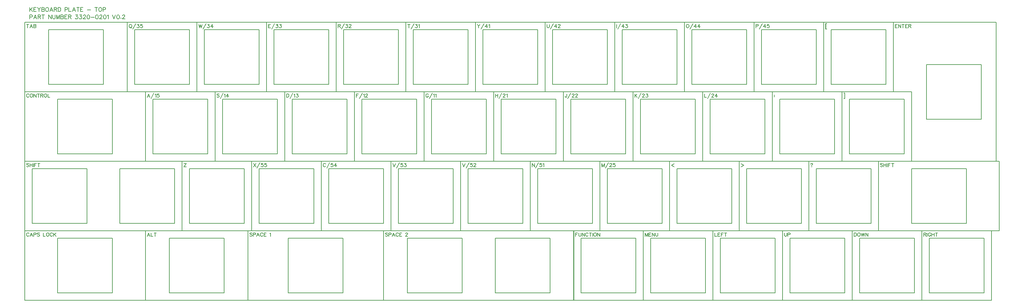
<source format=gto>
G04 Layer: TopSilkscreenLayer*
G04 EasyEDA v6.5.29, 2023-07-18 11:26:45*
G04 4d29bd309a2048ebad46bf779903c475,5a6b42c53f6a479593ecc07194224c93,10*
G04 Gerber Generator version 0.2*
G04 Scale: 100 percent, Rotated: No, Reflected: No *
G04 Dimensions in millimeters *
G04 leading zeros omitted , absolute positions ,4 integer and 5 decimal *
%FSLAX45Y45*%
%MOMM*%

%ADD10C,0.2032*%
%ADD11C,0.1524*%
%ADD12C,0.1270*%

%LPD*%
D10*
X590550Y8076437D02*
G01*
X590550Y7980934D01*
X558800Y8076437D02*
G01*
X622554Y8076437D01*
X688847Y8076437D02*
G01*
X652526Y7980934D01*
X688847Y8076437D02*
G01*
X725170Y7980934D01*
X665987Y8012937D02*
G01*
X711454Y8012937D01*
X755142Y8076437D02*
G01*
X755142Y7980934D01*
X755142Y8076437D02*
G01*
X796036Y8076437D01*
X809752Y8071865D01*
X814323Y8067294D01*
X818895Y8058404D01*
X818895Y8049260D01*
X814323Y8040115D01*
X809752Y8035544D01*
X796036Y8030971D01*
X755142Y8030971D02*
G01*
X796036Y8030971D01*
X809752Y8026400D01*
X814323Y8022081D01*
X818895Y8012937D01*
X818895Y7999221D01*
X814323Y7990078D01*
X809752Y7985505D01*
X796036Y7980934D01*
X755142Y7980934D01*
X626871Y6148831D02*
G01*
X622554Y6157976D01*
X613410Y6166865D01*
X604265Y6171437D01*
X585978Y6171437D01*
X577087Y6166865D01*
X567944Y6157976D01*
X563371Y6148831D01*
X558800Y6135115D01*
X558800Y6112510D01*
X563371Y6098794D01*
X567944Y6089650D01*
X577087Y6080505D01*
X585978Y6075934D01*
X604265Y6075934D01*
X613410Y6080505D01*
X622554Y6089650D01*
X626871Y6098794D01*
X684276Y6171437D02*
G01*
X675131Y6166865D01*
X665987Y6157976D01*
X661415Y6148831D01*
X657097Y6135115D01*
X657097Y6112510D01*
X661415Y6098794D01*
X665987Y6089650D01*
X675131Y6080505D01*
X684276Y6075934D01*
X702310Y6075934D01*
X711454Y6080505D01*
X720597Y6089650D01*
X725170Y6098794D01*
X729742Y6112510D01*
X729742Y6135115D01*
X725170Y6148831D01*
X720597Y6157976D01*
X711454Y6166865D01*
X702310Y6171437D01*
X684276Y6171437D01*
X759713Y6171437D02*
G01*
X759713Y6075934D01*
X759713Y6171437D02*
G01*
X823468Y6075934D01*
X823468Y6171437D02*
G01*
X823468Y6075934D01*
X885189Y6171437D02*
G01*
X885189Y6075934D01*
X853439Y6171437D02*
G01*
X916939Y6171437D01*
X946912Y6171437D02*
G01*
X946912Y6075934D01*
X946912Y6171437D02*
G01*
X987805Y6171437D01*
X1001521Y6166865D01*
X1006094Y6162294D01*
X1010665Y6153404D01*
X1010665Y6144260D01*
X1006094Y6135115D01*
X1001521Y6130544D01*
X987805Y6125971D01*
X946912Y6125971D01*
X978915Y6125971D02*
G01*
X1010665Y6075934D01*
X1067815Y6171437D02*
G01*
X1058926Y6166865D01*
X1049781Y6157976D01*
X1045210Y6148831D01*
X1040637Y6135115D01*
X1040637Y6112510D01*
X1045210Y6098794D01*
X1049781Y6089650D01*
X1058926Y6080505D01*
X1067815Y6075934D01*
X1086104Y6075934D01*
X1095247Y6080505D01*
X1104137Y6089650D01*
X1108710Y6098794D01*
X1113281Y6112510D01*
X1113281Y6135115D01*
X1108710Y6148831D01*
X1104137Y6157976D01*
X1095247Y6166865D01*
X1086104Y6171437D01*
X1067815Y6171437D01*
X1143254Y6171437D02*
G01*
X1143254Y6075934D01*
X1143254Y6075934D02*
G01*
X1197863Y6075934D01*
X622554Y4252976D02*
G01*
X613410Y4261865D01*
X599694Y4266437D01*
X581405Y4266437D01*
X567944Y4261865D01*
X558800Y4252976D01*
X558800Y4243831D01*
X563371Y4234687D01*
X567944Y4230115D01*
X577087Y4225544D01*
X604265Y4216400D01*
X613410Y4212081D01*
X617981Y4207510D01*
X622554Y4198365D01*
X622554Y4184650D01*
X613410Y4175505D01*
X599694Y4170934D01*
X581405Y4170934D01*
X567944Y4175505D01*
X558800Y4184650D01*
X652526Y4266437D02*
G01*
X652526Y4170934D01*
X716026Y4266437D02*
G01*
X716026Y4170934D01*
X652526Y4220971D02*
G01*
X716026Y4220971D01*
X745997Y4266437D02*
G01*
X745997Y4170934D01*
X775970Y4266437D02*
G01*
X775970Y4170934D01*
X775970Y4266437D02*
G01*
X835152Y4266437D01*
X775970Y4220971D02*
G01*
X812545Y4220971D01*
X896873Y4266437D02*
G01*
X896873Y4170934D01*
X865123Y4266437D02*
G01*
X928878Y4266437D01*
X626871Y2338831D02*
G01*
X622554Y2347976D01*
X613410Y2356865D01*
X604265Y2361437D01*
X585978Y2361437D01*
X577087Y2356865D01*
X567944Y2347976D01*
X563371Y2338831D01*
X558800Y2325115D01*
X558800Y2302510D01*
X563371Y2288794D01*
X567944Y2279650D01*
X577087Y2270505D01*
X585978Y2265934D01*
X604265Y2265934D01*
X613410Y2270505D01*
X622554Y2279650D01*
X626871Y2288794D01*
X693420Y2361437D02*
G01*
X657097Y2265934D01*
X693420Y2361437D02*
G01*
X729742Y2265934D01*
X670560Y2297937D02*
G01*
X716026Y2297937D01*
X759713Y2361437D02*
G01*
X759713Y2265934D01*
X759713Y2361437D02*
G01*
X800607Y2361437D01*
X814323Y2356865D01*
X818895Y2352294D01*
X823468Y2343404D01*
X823468Y2329687D01*
X818895Y2320544D01*
X814323Y2315971D01*
X800607Y2311400D01*
X759713Y2311400D01*
X916939Y2347976D02*
G01*
X907795Y2356865D01*
X894334Y2361437D01*
X876045Y2361437D01*
X862329Y2356865D01*
X853439Y2347976D01*
X853439Y2338831D01*
X858012Y2329687D01*
X862329Y2325115D01*
X871473Y2320544D01*
X898905Y2311400D01*
X907795Y2307081D01*
X912368Y2302510D01*
X916939Y2293365D01*
X916939Y2279650D01*
X907795Y2270505D01*
X894334Y2265934D01*
X876045Y2265934D01*
X862329Y2270505D01*
X853439Y2279650D01*
X1017015Y2361437D02*
G01*
X1017015Y2265934D01*
X1017015Y2265934D02*
G01*
X1071626Y2265934D01*
X1128776Y2361437D02*
G01*
X1119631Y2356865D01*
X1110742Y2347976D01*
X1106170Y2338831D01*
X1101597Y2325115D01*
X1101597Y2302510D01*
X1106170Y2288794D01*
X1110742Y2279650D01*
X1119631Y2270505D01*
X1128776Y2265934D01*
X1147063Y2265934D01*
X1155954Y2270505D01*
X1165097Y2279650D01*
X1169670Y2288794D01*
X1174242Y2302510D01*
X1174242Y2325115D01*
X1169670Y2338831D01*
X1165097Y2347976D01*
X1155954Y2356865D01*
X1147063Y2361437D01*
X1128776Y2361437D01*
X1272539Y2338831D02*
G01*
X1267968Y2347976D01*
X1258823Y2356865D01*
X1249679Y2361437D01*
X1231645Y2361437D01*
X1222502Y2356865D01*
X1213357Y2347976D01*
X1208786Y2338831D01*
X1204213Y2325115D01*
X1204213Y2302510D01*
X1208786Y2288794D01*
X1213357Y2279650D01*
X1222502Y2270505D01*
X1231645Y2265934D01*
X1249679Y2265934D01*
X1258823Y2270505D01*
X1267968Y2279650D01*
X1272539Y2288794D01*
X1302512Y2361437D02*
G01*
X1302512Y2265934D01*
X1366012Y2361437D02*
G01*
X1302512Y2297937D01*
X1325118Y2320544D02*
G01*
X1366012Y2265934D01*
X3392677Y8076437D02*
G01*
X3383788Y8071865D01*
X3374643Y8062976D01*
X3370072Y8053831D01*
X3365500Y8040115D01*
X3365500Y8017510D01*
X3370072Y8003794D01*
X3374643Y7994650D01*
X3383788Y7985505D01*
X3392677Y7980934D01*
X3410965Y7980934D01*
X3420109Y7985505D01*
X3429254Y7994650D01*
X3433572Y8003794D01*
X3438143Y8017510D01*
X3438143Y8040115D01*
X3433572Y8053831D01*
X3429254Y8062976D01*
X3420109Y8071865D01*
X3410965Y8076437D01*
X3392677Y8076437D01*
X3406393Y7999221D02*
G01*
X3433572Y7972044D01*
X3550158Y8094726D02*
G01*
X3468115Y7949184D01*
X3589020Y8076437D02*
G01*
X3639058Y8076437D01*
X3611879Y8040115D01*
X3625595Y8040115D01*
X3634486Y8035544D01*
X3639058Y8030971D01*
X3643629Y8017510D01*
X3643629Y8008365D01*
X3639058Y7994650D01*
X3630168Y7985505D01*
X3616452Y7980934D01*
X3602736Y7980934D01*
X3589020Y7985505D01*
X3584702Y7990078D01*
X3580129Y7999221D01*
X3728211Y8076437D02*
G01*
X3682745Y8076437D01*
X3678174Y8035544D01*
X3682745Y8040115D01*
X3696461Y8044687D01*
X3709924Y8044687D01*
X3723640Y8040115D01*
X3732784Y8030971D01*
X3737356Y8017510D01*
X3737356Y8008365D01*
X3732784Y7994650D01*
X3723640Y7985505D01*
X3709924Y7980934D01*
X3696461Y7980934D01*
X3682745Y7985505D01*
X3678174Y7990078D01*
X3673602Y7999221D01*
X5270500Y8076437D02*
G01*
X5293106Y7980934D01*
X5315965Y8076437D02*
G01*
X5293106Y7980934D01*
X5315965Y8076437D02*
G01*
X5338572Y7980934D01*
X5361431Y8076437D02*
G01*
X5338572Y7980934D01*
X5473191Y8094726D02*
G01*
X5391404Y7949184D01*
X5512308Y8076437D02*
G01*
X5562345Y8076437D01*
X5535168Y8040115D01*
X5548629Y8040115D01*
X5557774Y8035544D01*
X5562345Y8030971D01*
X5566918Y8017510D01*
X5566918Y8008365D01*
X5562345Y7994650D01*
X5553202Y7985505D01*
X5539486Y7980934D01*
X5526024Y7980934D01*
X5512308Y7985505D01*
X5507736Y7990078D01*
X5503163Y7999221D01*
X5642356Y8076437D02*
G01*
X5596890Y8012937D01*
X5664961Y8012937D01*
X5642356Y8076437D02*
G01*
X5642356Y7980934D01*
X7175500Y8076437D02*
G01*
X7175500Y7980934D01*
X7175500Y8076437D02*
G01*
X7234681Y8076437D01*
X7175500Y8030971D02*
G01*
X7211822Y8030971D01*
X7175500Y7980934D02*
G01*
X7234681Y7980934D01*
X7346441Y8094726D02*
G01*
X7264654Y7949184D01*
X7385558Y8076437D02*
G01*
X7435595Y8076437D01*
X7408163Y8040115D01*
X7421879Y8040115D01*
X7431024Y8035544D01*
X7435595Y8030971D01*
X7440168Y8017510D01*
X7440168Y8008365D01*
X7435595Y7994650D01*
X7426452Y7985505D01*
X7412736Y7980934D01*
X7399020Y7980934D01*
X7385558Y7985505D01*
X7380986Y7990078D01*
X7376413Y7999221D01*
X7479029Y8076437D02*
G01*
X7529068Y8076437D01*
X7501890Y8040115D01*
X7515606Y8040115D01*
X7524495Y8035544D01*
X7529068Y8030971D01*
X7533640Y8017510D01*
X7533640Y8008365D01*
X7529068Y7994650D01*
X7519924Y7985505D01*
X7506461Y7980934D01*
X7492745Y7980934D01*
X7479029Y7985505D01*
X7474711Y7990078D01*
X7470140Y7999221D01*
X9080500Y8076437D02*
G01*
X9080500Y7980934D01*
X9080500Y8076437D02*
G01*
X9121393Y8076437D01*
X9135109Y8071865D01*
X9139681Y8067294D01*
X9144254Y8058404D01*
X9144254Y8049260D01*
X9139681Y8040115D01*
X9135109Y8035544D01*
X9121393Y8030971D01*
X9080500Y8030971D01*
X9112250Y8030971D02*
G01*
X9144254Y7980934D01*
X9256013Y8094726D02*
G01*
X9174225Y7949184D01*
X9295129Y8076437D02*
G01*
X9345168Y8076437D01*
X9317736Y8040115D01*
X9331452Y8040115D01*
X9340595Y8035544D01*
X9345168Y8030971D01*
X9349486Y8017510D01*
X9349486Y8008365D01*
X9345168Y7994650D01*
X9336024Y7985505D01*
X9322308Y7980934D01*
X9308591Y7980934D01*
X9295129Y7985505D01*
X9290558Y7990078D01*
X9285986Y7999221D01*
X9384029Y8053831D02*
G01*
X9384029Y8058404D01*
X9388602Y8067294D01*
X9393174Y8071865D01*
X9402318Y8076437D01*
X9420606Y8076437D01*
X9429495Y8071865D01*
X9434068Y8067294D01*
X9438640Y8058404D01*
X9438640Y8049260D01*
X9434068Y8040115D01*
X9424924Y8026400D01*
X9379711Y7980934D01*
X9443211Y7980934D01*
X3897122Y6171437D02*
G01*
X3860800Y6075934D01*
X3897122Y6171437D02*
G01*
X3933443Y6075934D01*
X3874515Y6107937D02*
G01*
X3919981Y6107937D01*
X4045458Y6189726D02*
G01*
X3963415Y6044184D01*
X4075429Y6153404D02*
G01*
X4084320Y6157976D01*
X4098036Y6171437D01*
X4098036Y6075934D01*
X4182618Y6171437D02*
G01*
X4137152Y6171437D01*
X4132579Y6130544D01*
X4137152Y6135115D01*
X4150868Y6139687D01*
X4164329Y6139687D01*
X4178045Y6135115D01*
X4187190Y6125971D01*
X4191761Y6112510D01*
X4191761Y6103365D01*
X4187190Y6089650D01*
X4178045Y6080505D01*
X4164329Y6075934D01*
X4150868Y6075934D01*
X4137152Y6080505D01*
X4132579Y6085078D01*
X4128008Y6094221D01*
X5829554Y6157976D02*
G01*
X5820409Y6166865D01*
X5806693Y6171437D01*
X5788406Y6171437D01*
X5774943Y6166865D01*
X5765800Y6157976D01*
X5765800Y6148831D01*
X5770372Y6139687D01*
X5774943Y6135115D01*
X5784088Y6130544D01*
X5811265Y6121400D01*
X5820409Y6117081D01*
X5824981Y6112510D01*
X5829554Y6103365D01*
X5829554Y6089650D01*
X5820409Y6080505D01*
X5806693Y6075934D01*
X5788406Y6075934D01*
X5774943Y6080505D01*
X5765800Y6089650D01*
X5941313Y6189726D02*
G01*
X5859525Y6044184D01*
X5971286Y6153404D02*
G01*
X5980429Y6157976D01*
X5993891Y6171437D01*
X5993891Y6075934D01*
X6069329Y6171437D02*
G01*
X6023863Y6107937D01*
X6092190Y6107937D01*
X6069329Y6171437D02*
G01*
X6069329Y6075934D01*
X7670800Y6171437D02*
G01*
X7670800Y6075934D01*
X7670800Y6171437D02*
G01*
X7702550Y6171437D01*
X7716265Y6166865D01*
X7725409Y6157976D01*
X7729981Y6148831D01*
X7734554Y6135115D01*
X7734554Y6112510D01*
X7729981Y6098794D01*
X7725409Y6089650D01*
X7716265Y6080505D01*
X7702550Y6075934D01*
X7670800Y6075934D01*
X7846313Y6189726D02*
G01*
X7764525Y6044184D01*
X7876286Y6153404D02*
G01*
X7885429Y6157976D01*
X7898891Y6171437D01*
X7898891Y6075934D01*
X7938008Y6171437D02*
G01*
X7988045Y6171437D01*
X7960868Y6135115D01*
X7974329Y6135115D01*
X7983474Y6130544D01*
X7988045Y6125971D01*
X7992618Y6112510D01*
X7992618Y6103365D01*
X7988045Y6089650D01*
X7978902Y6080505D01*
X7965440Y6075934D01*
X7951724Y6075934D01*
X7938008Y6080505D01*
X7933436Y6085078D01*
X7928863Y6094221D01*
X9575800Y6171437D02*
G01*
X9575800Y6075934D01*
X9575800Y6171437D02*
G01*
X9634981Y6171437D01*
X9575800Y6125971D02*
G01*
X9612122Y6125971D01*
X9746741Y6189726D02*
G01*
X9664954Y6044184D01*
X9776713Y6153404D02*
G01*
X9785858Y6157976D01*
X9799320Y6171437D01*
X9799320Y6075934D01*
X9833863Y6148831D02*
G01*
X9833863Y6153404D01*
X9838436Y6162294D01*
X9843008Y6166865D01*
X9852152Y6171437D01*
X9870440Y6171437D01*
X9879329Y6166865D01*
X9883902Y6162294D01*
X9888474Y6153404D01*
X9888474Y6144260D01*
X9883902Y6135115D01*
X9875011Y6121400D01*
X9829545Y6075934D01*
X9893045Y6075934D01*
X4927854Y4266437D02*
G01*
X4864100Y4170934D01*
X4864100Y4266437D02*
G01*
X4927854Y4266437D01*
X4864100Y4170934D02*
G01*
X4927854Y4170934D01*
X6769100Y4266437D02*
G01*
X6832854Y4170934D01*
X6832854Y4266437D02*
G01*
X6769100Y4170934D01*
X6944613Y4284726D02*
G01*
X6862825Y4139184D01*
X7029195Y4266437D02*
G01*
X6983729Y4266437D01*
X6979158Y4225544D01*
X6983729Y4230115D01*
X6997191Y4234687D01*
X7010908Y4234687D01*
X7024624Y4230115D01*
X7033768Y4220971D01*
X7038086Y4207510D01*
X7038086Y4198365D01*
X7033768Y4184650D01*
X7024624Y4175505D01*
X7010908Y4170934D01*
X6997191Y4170934D01*
X6983729Y4175505D01*
X6979158Y4180078D01*
X6974586Y4189221D01*
X7122668Y4266437D02*
G01*
X7077202Y4266437D01*
X7072629Y4225544D01*
X7077202Y4230115D01*
X7090918Y4234687D01*
X7104634Y4234687D01*
X7118095Y4230115D01*
X7127240Y4220971D01*
X7131811Y4207510D01*
X7131811Y4198365D01*
X7127240Y4184650D01*
X7118095Y4175505D01*
X7104634Y4170934D01*
X7090918Y4170934D01*
X7077202Y4175505D01*
X7072629Y4180078D01*
X7068311Y4189221D01*
X10579100Y4266437D02*
G01*
X10615422Y4170934D01*
X10651743Y4266437D02*
G01*
X10615422Y4170934D01*
X10763758Y4284726D02*
G01*
X10681715Y4139184D01*
X10848086Y4266437D02*
G01*
X10802620Y4266437D01*
X10798302Y4225544D01*
X10802620Y4230115D01*
X10816336Y4234687D01*
X10830052Y4234687D01*
X10843768Y4230115D01*
X10852658Y4220971D01*
X10857229Y4207510D01*
X10857229Y4198365D01*
X10852658Y4184650D01*
X10843768Y4175505D01*
X10830052Y4170934D01*
X10816336Y4170934D01*
X10802620Y4175505D01*
X10798302Y4180078D01*
X10793729Y4189221D01*
X10896345Y4266437D02*
G01*
X10946384Y4266437D01*
X10919206Y4230115D01*
X10932668Y4230115D01*
X10941811Y4225544D01*
X10946384Y4220971D01*
X10950956Y4207510D01*
X10950956Y4198365D01*
X10946384Y4184650D01*
X10937240Y4175505D01*
X10923524Y4170934D01*
X10910061Y4170934D01*
X10896345Y4175505D01*
X10891774Y4180078D01*
X10887202Y4189221D01*
X8742172Y4243831D02*
G01*
X8737854Y4252976D01*
X8728709Y4261865D01*
X8719565Y4266437D01*
X8701277Y4266437D01*
X8692388Y4261865D01*
X8683243Y4252976D01*
X8678672Y4243831D01*
X8674100Y4230115D01*
X8674100Y4207510D01*
X8678672Y4193794D01*
X8683243Y4184650D01*
X8692388Y4175505D01*
X8701277Y4170934D01*
X8719565Y4170934D01*
X8728709Y4175505D01*
X8737854Y4184650D01*
X8742172Y4193794D01*
X8854186Y4284726D02*
G01*
X8772397Y4139184D01*
X8938768Y4266437D02*
G01*
X8893302Y4266437D01*
X8888729Y4225544D01*
X8893302Y4230115D01*
X8906763Y4234687D01*
X8920479Y4234687D01*
X8934195Y4230115D01*
X8943086Y4220971D01*
X8947658Y4207510D01*
X8947658Y4198365D01*
X8943086Y4184650D01*
X8934195Y4175505D01*
X8920479Y4170934D01*
X8906763Y4170934D01*
X8893302Y4175505D01*
X8888729Y4180078D01*
X8884158Y4189221D01*
X9023095Y4266437D02*
G01*
X8977629Y4202937D01*
X9045956Y4202937D01*
X9023095Y4266437D02*
G01*
X9023095Y4170934D01*
X3897122Y2361437D02*
G01*
X3860800Y2265934D01*
X3897122Y2361437D02*
G01*
X3933443Y2265934D01*
X3874515Y2297937D02*
G01*
X3919981Y2297937D01*
X3963415Y2361437D02*
G01*
X3963415Y2265934D01*
X3963415Y2265934D02*
G01*
X4018025Y2265934D01*
X4080002Y2361437D02*
G01*
X4080002Y2265934D01*
X4047997Y2361437D02*
G01*
X4111752Y2361437D01*
X6731254Y2347976D02*
G01*
X6722109Y2356865D01*
X6708393Y2361437D01*
X6690106Y2361437D01*
X6676643Y2356865D01*
X6667500Y2347976D01*
X6667500Y2338831D01*
X6672072Y2329687D01*
X6676643Y2325115D01*
X6685788Y2320544D01*
X6712965Y2311400D01*
X6722109Y2307081D01*
X6726681Y2302510D01*
X6731254Y2293365D01*
X6731254Y2279650D01*
X6722109Y2270505D01*
X6708393Y2265934D01*
X6690106Y2265934D01*
X6676643Y2270505D01*
X6667500Y2279650D01*
X6761225Y2361437D02*
G01*
X6761225Y2265934D01*
X6761225Y2361437D02*
G01*
X6802120Y2361437D01*
X6815581Y2356865D01*
X6820154Y2352294D01*
X6824725Y2343404D01*
X6824725Y2329687D01*
X6820154Y2320544D01*
X6815581Y2315971D01*
X6802120Y2311400D01*
X6761225Y2311400D01*
X6891020Y2361437D02*
G01*
X6854697Y2265934D01*
X6891020Y2361437D02*
G01*
X6927595Y2265934D01*
X6868413Y2297937D02*
G01*
X6913879Y2297937D01*
X7025640Y2338831D02*
G01*
X7021068Y2347976D01*
X7011924Y2356865D01*
X7003034Y2361437D01*
X6984745Y2361437D01*
X6975602Y2356865D01*
X6966711Y2347976D01*
X6962140Y2338831D01*
X6957568Y2325115D01*
X6957568Y2302510D01*
X6962140Y2288794D01*
X6966711Y2279650D01*
X6975602Y2270505D01*
X6984745Y2265934D01*
X7003034Y2265934D01*
X7011924Y2270505D01*
X7021068Y2279650D01*
X7025640Y2288794D01*
X7055611Y2361437D02*
G01*
X7055611Y2265934D01*
X7055611Y2361437D02*
G01*
X7114793Y2361437D01*
X7055611Y2315971D02*
G01*
X7091934Y2315971D01*
X7055611Y2265934D02*
G01*
X7114793Y2265934D01*
X7214870Y2343404D02*
G01*
X7223759Y2347976D01*
X7237475Y2361437D01*
X7237475Y2265934D01*
X10439654Y2347976D02*
G01*
X10430509Y2356865D01*
X10416793Y2361437D01*
X10398506Y2361437D01*
X10385043Y2356865D01*
X10375900Y2347976D01*
X10375900Y2338831D01*
X10380472Y2329687D01*
X10385043Y2325115D01*
X10394188Y2320544D01*
X10421365Y2311400D01*
X10430509Y2307081D01*
X10435081Y2302510D01*
X10439654Y2293365D01*
X10439654Y2279650D01*
X10430509Y2270505D01*
X10416793Y2265934D01*
X10398506Y2265934D01*
X10385043Y2270505D01*
X10375900Y2279650D01*
X10469625Y2361437D02*
G01*
X10469625Y2265934D01*
X10469625Y2361437D02*
G01*
X10510520Y2361437D01*
X10523981Y2356865D01*
X10528554Y2352294D01*
X10533125Y2343404D01*
X10533125Y2329687D01*
X10528554Y2320544D01*
X10523981Y2315971D01*
X10510520Y2311400D01*
X10469625Y2311400D01*
X10599420Y2361437D02*
G01*
X10563097Y2265934D01*
X10599420Y2361437D02*
G01*
X10635995Y2265934D01*
X10576813Y2297937D02*
G01*
X10622279Y2297937D01*
X10734040Y2338831D02*
G01*
X10729468Y2347976D01*
X10720324Y2356865D01*
X10711434Y2361437D01*
X10693145Y2361437D01*
X10684002Y2356865D01*
X10675111Y2347976D01*
X10670540Y2338831D01*
X10665968Y2325115D01*
X10665968Y2302510D01*
X10670540Y2288794D01*
X10675111Y2279650D01*
X10684002Y2270505D01*
X10693145Y2265934D01*
X10711434Y2265934D01*
X10720324Y2270505D01*
X10729468Y2279650D01*
X10734040Y2288794D01*
X10764011Y2361437D02*
G01*
X10764011Y2265934D01*
X10764011Y2361437D02*
G01*
X10823193Y2361437D01*
X10764011Y2315971D02*
G01*
X10800334Y2315971D01*
X10764011Y2265934D02*
G01*
X10823193Y2265934D01*
X10927841Y2338831D02*
G01*
X10927841Y2343404D01*
X10932159Y2352294D01*
X10936731Y2356865D01*
X10945875Y2361437D01*
X10964163Y2361437D01*
X10973054Y2356865D01*
X10977625Y2352294D01*
X10982197Y2343404D01*
X10982197Y2334260D01*
X10977625Y2325115D01*
X10968736Y2311400D01*
X10923270Y2265934D01*
X10986770Y2265934D01*
X17481550Y2361437D02*
G01*
X17481550Y2265934D01*
X17481550Y2361437D02*
G01*
X17517872Y2265934D01*
X17554193Y2361437D02*
G01*
X17517872Y2265934D01*
X17554193Y2361437D02*
G01*
X17554193Y2265934D01*
X17584166Y2361437D02*
G01*
X17584166Y2265934D01*
X17584166Y2361437D02*
G01*
X17643348Y2361437D01*
X17584166Y2315971D02*
G01*
X17620741Y2315971D01*
X17584166Y2265934D02*
G01*
X17643348Y2265934D01*
X17673320Y2361437D02*
G01*
X17673320Y2265934D01*
X17673320Y2361437D02*
G01*
X17737074Y2265934D01*
X17737074Y2361437D02*
G01*
X17737074Y2265934D01*
X17767045Y2361437D02*
G01*
X17767045Y2293365D01*
X17771618Y2279650D01*
X17780761Y2270505D01*
X17794224Y2265934D01*
X17803368Y2265934D01*
X17817084Y2270505D01*
X17825974Y2279650D01*
X17830545Y2293365D01*
X17830545Y2361437D01*
X15576550Y2361437D02*
G01*
X15576550Y2265934D01*
X15576550Y2361437D02*
G01*
X15635731Y2361437D01*
X15576550Y2315971D02*
G01*
X15612872Y2315971D01*
X15665704Y2361437D02*
G01*
X15665704Y2293365D01*
X15670275Y2279650D01*
X15679166Y2270505D01*
X15692881Y2265934D01*
X15702025Y2265934D01*
X15715741Y2270505D01*
X15724631Y2279650D01*
X15729204Y2293365D01*
X15729204Y2361437D01*
X15759175Y2361437D02*
G01*
X15759175Y2265934D01*
X15759175Y2361437D02*
G01*
X15822929Y2265934D01*
X15822929Y2361437D02*
G01*
X15822929Y2265934D01*
X15920974Y2338831D02*
G01*
X15916656Y2347976D01*
X15907511Y2356865D01*
X15898368Y2361437D01*
X15880079Y2361437D01*
X15871190Y2356865D01*
X15862045Y2347976D01*
X15857474Y2338831D01*
X15852902Y2325115D01*
X15852902Y2302510D01*
X15857474Y2288794D01*
X15862045Y2279650D01*
X15871190Y2270505D01*
X15880079Y2265934D01*
X15898368Y2265934D01*
X15907511Y2270505D01*
X15916656Y2279650D01*
X15920974Y2288794D01*
X15982950Y2361437D02*
G01*
X15982950Y2265934D01*
X15951200Y2361437D02*
G01*
X16014700Y2361437D01*
X16044672Y2361437D02*
G01*
X16044672Y2265934D01*
X16102075Y2361437D02*
G01*
X16092931Y2356865D01*
X16083788Y2347976D01*
X16079216Y2338831D01*
X16074643Y2325115D01*
X16074643Y2302510D01*
X16079216Y2288794D01*
X16083788Y2279650D01*
X16092931Y2270505D01*
X16102075Y2265934D01*
X16120109Y2265934D01*
X16129254Y2270505D01*
X16138397Y2279650D01*
X16142970Y2288794D01*
X16147541Y2302510D01*
X16147541Y2325115D01*
X16142970Y2338831D01*
X16138397Y2347976D01*
X16129254Y2356865D01*
X16120109Y2361437D01*
X16102075Y2361437D01*
X16177513Y2361437D02*
G01*
X16177513Y2265934D01*
X16177513Y2361437D02*
G01*
X16241013Y2265934D01*
X16241013Y2361437D02*
G01*
X16241013Y2265934D01*
X21291550Y2361437D02*
G01*
X21291550Y2293365D01*
X21296122Y2279650D01*
X21305266Y2270505D01*
X21318727Y2265934D01*
X21327872Y2265934D01*
X21341588Y2270505D01*
X21350731Y2279650D01*
X21355304Y2293365D01*
X21355304Y2361437D01*
X21385275Y2361437D02*
G01*
X21385275Y2265934D01*
X21385275Y2361437D02*
G01*
X21426170Y2361437D01*
X21439631Y2356865D01*
X21444204Y2352294D01*
X21448775Y2343404D01*
X21448775Y2329687D01*
X21444204Y2320544D01*
X21439631Y2315971D01*
X21426170Y2311400D01*
X21385275Y2311400D01*
X19386550Y2361437D02*
G01*
X19386550Y2265934D01*
X19386550Y2265934D02*
G01*
X19441159Y2265934D01*
X19471131Y2361437D02*
G01*
X19471131Y2265934D01*
X19471131Y2361437D02*
G01*
X19530059Y2361437D01*
X19471131Y2315971D02*
G01*
X19507454Y2315971D01*
X19471131Y2265934D02*
G01*
X19530059Y2265934D01*
X19560286Y2361437D02*
G01*
X19560286Y2265934D01*
X19560286Y2361437D02*
G01*
X19619213Y2361437D01*
X19560286Y2315971D02*
G01*
X19596608Y2315971D01*
X19681190Y2361437D02*
G01*
X19681190Y2265934D01*
X19649186Y2361437D02*
G01*
X19712940Y2361437D01*
X25101550Y2361437D02*
G01*
X25101550Y2265934D01*
X25101550Y2361437D02*
G01*
X25142443Y2361437D01*
X25156159Y2356865D01*
X25160731Y2352294D01*
X25165304Y2343404D01*
X25165304Y2334260D01*
X25160731Y2325115D01*
X25156159Y2320544D01*
X25142443Y2315971D01*
X25101550Y2315971D01*
X25133300Y2315971D02*
G01*
X25165304Y2265934D01*
X25195275Y2361437D02*
G01*
X25195275Y2265934D01*
X25293320Y2338831D02*
G01*
X25288748Y2347976D01*
X25279858Y2356865D01*
X25270713Y2361437D01*
X25252425Y2361437D01*
X25243281Y2356865D01*
X25234391Y2347976D01*
X25229820Y2338831D01*
X25225248Y2325115D01*
X25225248Y2302510D01*
X25229820Y2288794D01*
X25234391Y2279650D01*
X25243281Y2270505D01*
X25252425Y2265934D01*
X25270713Y2265934D01*
X25279858Y2270505D01*
X25288748Y2279650D01*
X25293320Y2288794D01*
X25293320Y2302510D01*
X25270713Y2302510D02*
G01*
X25293320Y2302510D01*
X25323291Y2361437D02*
G01*
X25323291Y2265934D01*
X25387045Y2361437D02*
G01*
X25387045Y2265934D01*
X25323291Y2315971D02*
G01*
X25387045Y2315971D01*
X25448768Y2361437D02*
G01*
X25448768Y2265934D01*
X25417018Y2361437D02*
G01*
X25480518Y2361437D01*
X23196550Y2361437D02*
G01*
X23196550Y2265934D01*
X23196550Y2361437D02*
G01*
X23228300Y2361437D01*
X23242016Y2356865D01*
X23251159Y2347976D01*
X23255731Y2338831D01*
X23260304Y2325115D01*
X23260304Y2302510D01*
X23255731Y2288794D01*
X23251159Y2279650D01*
X23242016Y2270505D01*
X23228300Y2265934D01*
X23196550Y2265934D01*
X23317454Y2361437D02*
G01*
X23308309Y2356865D01*
X23299166Y2347976D01*
X23294848Y2338831D01*
X23290275Y2325115D01*
X23290275Y2302510D01*
X23294848Y2288794D01*
X23299166Y2279650D01*
X23308309Y2270505D01*
X23317454Y2265934D01*
X23335741Y2265934D01*
X23344631Y2270505D01*
X23353775Y2279650D01*
X23358348Y2288794D01*
X23362920Y2302510D01*
X23362920Y2325115D01*
X23358348Y2338831D01*
X23353775Y2347976D01*
X23344631Y2356865D01*
X23335741Y2361437D01*
X23317454Y2361437D01*
X23392891Y2361437D02*
G01*
X23415752Y2265934D01*
X23438358Y2361437D02*
G01*
X23415752Y2265934D01*
X23438358Y2361437D02*
G01*
X23461218Y2265934D01*
X23483824Y2361437D02*
G01*
X23461218Y2265934D01*
X23513795Y2361437D02*
G01*
X23513795Y2265934D01*
X23513795Y2361437D02*
G01*
X23577550Y2265934D01*
X23577550Y2361437D02*
G01*
X23577550Y2265934D01*
X14389100Y4266437D02*
G01*
X14389100Y4170934D01*
X14389100Y4266437D02*
G01*
X14452854Y4170934D01*
X14452854Y4266437D02*
G01*
X14452854Y4170934D01*
X14564613Y4284726D02*
G01*
X14482825Y4139184D01*
X14649195Y4266437D02*
G01*
X14603729Y4266437D01*
X14599158Y4225544D01*
X14603729Y4230115D01*
X14617191Y4234687D01*
X14630908Y4234687D01*
X14644624Y4230115D01*
X14653768Y4220971D01*
X14658086Y4207510D01*
X14658086Y4198365D01*
X14653768Y4184650D01*
X14644624Y4175505D01*
X14630908Y4170934D01*
X14617191Y4170934D01*
X14603729Y4175505D01*
X14599158Y4180078D01*
X14594586Y4189221D01*
X14688311Y4248404D02*
G01*
X14697202Y4252976D01*
X14710918Y4266437D01*
X14710918Y4170934D01*
X12484100Y4266437D02*
G01*
X12520422Y4170934D01*
X12556743Y4266437D02*
G01*
X12520422Y4170934D01*
X12668758Y4284726D02*
G01*
X12586715Y4139184D01*
X12753086Y4266437D02*
G01*
X12707620Y4266437D01*
X12703302Y4225544D01*
X12707620Y4230115D01*
X12721336Y4234687D01*
X12735052Y4234687D01*
X12748768Y4230115D01*
X12757658Y4220971D01*
X12762229Y4207510D01*
X12762229Y4198365D01*
X12757658Y4184650D01*
X12748768Y4175505D01*
X12735052Y4170934D01*
X12721336Y4170934D01*
X12707620Y4175505D01*
X12703302Y4180078D01*
X12698729Y4189221D01*
X12796774Y4243831D02*
G01*
X12796774Y4248404D01*
X12801345Y4257294D01*
X12805918Y4261865D01*
X12815061Y4266437D01*
X12833095Y4266437D01*
X12842240Y4261865D01*
X12846811Y4257294D01*
X12851384Y4248404D01*
X12851384Y4239260D01*
X12846811Y4230115D01*
X12837668Y4216400D01*
X12792202Y4170934D01*
X12855956Y4170934D01*
X18271743Y4252976D02*
G01*
X18199100Y4212081D01*
X18271743Y4170934D01*
X16294100Y4266437D02*
G01*
X16294100Y4170934D01*
X16294100Y4266437D02*
G01*
X16330422Y4170934D01*
X16366743Y4266437D02*
G01*
X16330422Y4170934D01*
X16366743Y4266437D02*
G01*
X16366743Y4170934D01*
X16478758Y4284726D02*
G01*
X16396716Y4139184D01*
X16513302Y4243831D02*
G01*
X16513302Y4248404D01*
X16517620Y4257294D01*
X16522191Y4261865D01*
X16531336Y4266437D01*
X16549624Y4266437D01*
X16558768Y4261865D01*
X16563086Y4257294D01*
X16567658Y4248404D01*
X16567658Y4239260D01*
X16563086Y4230115D01*
X16554195Y4216400D01*
X16508729Y4170934D01*
X16572229Y4170934D01*
X16656811Y4266437D02*
G01*
X16611345Y4266437D01*
X16606774Y4225544D01*
X16611345Y4230115D01*
X16625061Y4234687D01*
X16638524Y4234687D01*
X16652240Y4230115D01*
X16661384Y4220971D01*
X16665956Y4207510D01*
X16665956Y4198365D01*
X16661384Y4184650D01*
X16652240Y4175505D01*
X16638524Y4170934D01*
X16625061Y4170934D01*
X16611345Y4175505D01*
X16606774Y4180078D01*
X16602202Y4189221D01*
X22009097Y4243831D02*
G01*
X22009097Y4248404D01*
X22013669Y4257294D01*
X22018241Y4261865D01*
X22027385Y4266437D01*
X22045419Y4266437D01*
X22054563Y4261865D01*
X22059135Y4257294D01*
X22063707Y4248404D01*
X22063707Y4239260D01*
X22059135Y4230115D01*
X22054563Y4225544D01*
X22036275Y4216400D01*
X22036275Y4202937D01*
X22036275Y4180078D02*
G01*
X22031703Y4175505D01*
X22036275Y4170934D01*
X22040847Y4175505D01*
X22036275Y4180078D01*
X20104097Y4252976D02*
G01*
X20176741Y4212081D01*
X20104097Y4170934D01*
X23976327Y4252976D02*
G01*
X23967183Y4261865D01*
X23953467Y4266437D01*
X23935433Y4266437D01*
X23921717Y4261865D01*
X23912573Y4252976D01*
X23912573Y4243831D01*
X23917145Y4234687D01*
X23921717Y4230115D01*
X23930861Y4225544D01*
X23958039Y4216400D01*
X23967183Y4212081D01*
X23971755Y4207510D01*
X23976327Y4198365D01*
X23976327Y4184650D01*
X23967183Y4175505D01*
X23953467Y4170934D01*
X23935433Y4170934D01*
X23921717Y4175505D01*
X23912573Y4184650D01*
X24006299Y4266437D02*
G01*
X24006299Y4170934D01*
X24069799Y4266437D02*
G01*
X24069799Y4170934D01*
X24006299Y4220971D02*
G01*
X24069799Y4220971D01*
X24099771Y4266437D02*
G01*
X24099771Y4170934D01*
X24129997Y4266437D02*
G01*
X24129997Y4170934D01*
X24129997Y4266437D02*
G01*
X24188925Y4266437D01*
X24129997Y4220971D02*
G01*
X24166319Y4220971D01*
X24250901Y4266437D02*
G01*
X24250901Y4170934D01*
X24218897Y4266437D02*
G01*
X24282651Y4266437D01*
X13385800Y6171437D02*
G01*
X13385800Y6075934D01*
X13449554Y6171437D02*
G01*
X13449554Y6075934D01*
X13385800Y6125971D02*
G01*
X13449554Y6125971D01*
X13561313Y6189726D02*
G01*
X13479525Y6044184D01*
X13595858Y6148831D02*
G01*
X13595858Y6153404D01*
X13600429Y6162294D01*
X13605002Y6166865D01*
X13613891Y6171437D01*
X13632179Y6171437D01*
X13641324Y6166865D01*
X13645895Y6162294D01*
X13650468Y6153404D01*
X13650468Y6144260D01*
X13645895Y6135115D01*
X13636752Y6121400D01*
X13591286Y6075934D01*
X13654786Y6075934D01*
X13685011Y6153404D02*
G01*
X13693902Y6157976D01*
X13707618Y6171437D01*
X13707618Y6075934D01*
X11548872Y6148831D02*
G01*
X11544554Y6157976D01*
X11535409Y6166865D01*
X11526265Y6171437D01*
X11507977Y6171437D01*
X11499088Y6166865D01*
X11489943Y6157976D01*
X11485372Y6148831D01*
X11480800Y6135115D01*
X11480800Y6112510D01*
X11485372Y6098794D01*
X11489943Y6089650D01*
X11499088Y6080505D01*
X11507977Y6075934D01*
X11526265Y6075934D01*
X11535409Y6080505D01*
X11544554Y6089650D01*
X11548872Y6098794D01*
X11548872Y6112510D01*
X11526265Y6112510D02*
G01*
X11548872Y6112510D01*
X11660886Y6189726D02*
G01*
X11579097Y6044184D01*
X11690858Y6153404D02*
G01*
X11700002Y6157976D01*
X11713463Y6171437D01*
X11713463Y6075934D01*
X11743436Y6153404D02*
G01*
X11752579Y6157976D01*
X11766295Y6171437D01*
X11766295Y6075934D01*
X17195800Y6171437D02*
G01*
X17195800Y6075934D01*
X17259554Y6171437D02*
G01*
X17195800Y6107937D01*
X17218406Y6130544D02*
G01*
X17259554Y6075934D01*
X17371313Y6189726D02*
G01*
X17289525Y6044184D01*
X17405858Y6148831D02*
G01*
X17405858Y6153404D01*
X17410429Y6162294D01*
X17415002Y6166865D01*
X17423891Y6171437D01*
X17442179Y6171437D01*
X17451324Y6166865D01*
X17455895Y6162294D01*
X17460468Y6153404D01*
X17460468Y6144260D01*
X17455895Y6135115D01*
X17446752Y6121400D01*
X17401286Y6075934D01*
X17464786Y6075934D01*
X17503902Y6171437D02*
G01*
X17553940Y6171437D01*
X17526761Y6135115D01*
X17540224Y6135115D01*
X17549368Y6130544D01*
X17553940Y6125971D01*
X17558511Y6112510D01*
X17558511Y6103365D01*
X17553940Y6089650D01*
X17544795Y6080505D01*
X17531334Y6075934D01*
X17517618Y6075934D01*
X17503902Y6080505D01*
X17499329Y6085078D01*
X17495011Y6094221D01*
X15336266Y6171437D02*
G01*
X15336266Y6098794D01*
X15331693Y6085078D01*
X15327122Y6080505D01*
X15317977Y6075934D01*
X15309088Y6075934D01*
X15299943Y6080505D01*
X15295372Y6085078D01*
X15290800Y6098794D01*
X15290800Y6107937D01*
X15448025Y6189726D02*
G01*
X15366238Y6044184D01*
X15482570Y6148831D02*
G01*
X15482570Y6153404D01*
X15487141Y6162294D01*
X15491713Y6166865D01*
X15500858Y6171437D01*
X15518891Y6171437D01*
X15528036Y6166865D01*
X15532608Y6162294D01*
X15537179Y6153404D01*
X15537179Y6144260D01*
X15532608Y6135115D01*
X15523463Y6121400D01*
X15477997Y6075934D01*
X15541752Y6075934D01*
X15576295Y6148831D02*
G01*
X15576295Y6153404D01*
X15580868Y6162294D01*
X15585440Y6166865D01*
X15594329Y6171437D01*
X15612618Y6171437D01*
X15621761Y6166865D01*
X15626334Y6162294D01*
X15630906Y6153404D01*
X15630906Y6144260D01*
X15626334Y6135115D01*
X15617190Y6121400D01*
X15571724Y6075934D01*
X15635224Y6075934D01*
X21010372Y6130544D02*
G01*
X21005800Y6125971D01*
X21010372Y6121400D01*
X21014943Y6125971D01*
X21010372Y6130544D01*
X21010372Y6098794D02*
G01*
X21005800Y6094221D01*
X21010372Y6089650D01*
X21014943Y6094221D01*
X21010372Y6098794D01*
X19100800Y6171437D02*
G01*
X19100800Y6075934D01*
X19100800Y6075934D02*
G01*
X19155409Y6075934D01*
X19267170Y6189726D02*
G01*
X19185381Y6044184D01*
X19301713Y6148831D02*
G01*
X19301713Y6153404D01*
X19306286Y6162294D01*
X19310858Y6166865D01*
X19320002Y6171437D01*
X19338036Y6171437D01*
X19347179Y6166865D01*
X19351752Y6162294D01*
X19356324Y6153404D01*
X19356324Y6144260D01*
X19351752Y6135115D01*
X19342608Y6121400D01*
X19297141Y6075934D01*
X19360895Y6075934D01*
X19436334Y6171437D02*
G01*
X19390868Y6107937D01*
X19458940Y6107937D01*
X19436334Y6171437D02*
G01*
X19436334Y6075934D01*
X22937977Y6189726D02*
G01*
X22937977Y6044184D01*
X22942550Y6189726D02*
G01*
X22942550Y6044184D01*
X22910800Y6189726D02*
G01*
X22942550Y6189726D01*
X22910800Y6044184D02*
G01*
X22942550Y6044184D01*
X12890500Y8076437D02*
G01*
X12926822Y8030971D01*
X12926822Y7980934D01*
X12963143Y8076437D02*
G01*
X12926822Y8030971D01*
X13075158Y8094726D02*
G01*
X12993115Y7949184D01*
X13150595Y8076437D02*
G01*
X13105129Y8012937D01*
X13173202Y8012937D01*
X13150595Y8076437D02*
G01*
X13150595Y7980934D01*
X13203174Y8058404D02*
G01*
X13212318Y8062976D01*
X13226034Y8076437D01*
X13226034Y7980934D01*
X11017250Y8076437D02*
G01*
X11017250Y7980934D01*
X10985500Y8076437D02*
G01*
X11049254Y8076437D01*
X11161013Y8094726D02*
G01*
X11079225Y7949184D01*
X11200129Y8076437D02*
G01*
X11250168Y8076437D01*
X11222736Y8040115D01*
X11236452Y8040115D01*
X11245595Y8035544D01*
X11250168Y8030971D01*
X11254486Y8017510D01*
X11254486Y8008365D01*
X11250168Y7994650D01*
X11241024Y7985505D01*
X11227308Y7980934D01*
X11213591Y7980934D01*
X11200129Y7985505D01*
X11195558Y7990078D01*
X11190986Y7999221D01*
X11284711Y8058404D02*
G01*
X11293602Y8062976D01*
X11307318Y8076437D01*
X11307318Y7980934D01*
X16700500Y8076437D02*
G01*
X16700500Y7980934D01*
X16812259Y8094726D02*
G01*
X16730472Y7949184D01*
X16887698Y8076437D02*
G01*
X16842231Y8012937D01*
X16910558Y8012937D01*
X16887698Y8076437D02*
G01*
X16887698Y7980934D01*
X16949674Y8076437D02*
G01*
X16999711Y8076437D01*
X16972279Y8040115D01*
X16985995Y8040115D01*
X16995140Y8035544D01*
X16999711Y8030971D01*
X17004029Y8017510D01*
X17004029Y8008365D01*
X16999711Y7994650D01*
X16990568Y7985505D01*
X16976852Y7980934D01*
X16963136Y7980934D01*
X16949674Y7985505D01*
X16945102Y7990078D01*
X16940529Y7999221D01*
X14795500Y8076437D02*
G01*
X14795500Y8008365D01*
X14800072Y7994650D01*
X14809216Y7985505D01*
X14822677Y7980934D01*
X14831822Y7980934D01*
X14845538Y7985505D01*
X14854681Y7994650D01*
X14859254Y8008365D01*
X14859254Y8076437D01*
X14971013Y8094726D02*
G01*
X14889225Y7949184D01*
X15046452Y8076437D02*
G01*
X15000986Y8012937D01*
X15069058Y8012937D01*
X15046452Y8076437D02*
G01*
X15046452Y7980934D01*
X15103602Y8053831D02*
G01*
X15103602Y8058404D01*
X15108174Y8067294D01*
X15112745Y8071865D01*
X15121890Y8076437D01*
X15139924Y8076437D01*
X15149068Y8071865D01*
X15153640Y8067294D01*
X15158211Y8058404D01*
X15158211Y8049260D01*
X15153640Y8040115D01*
X15144495Y8026400D01*
X15099029Y7980934D01*
X15162784Y7980934D01*
X20510500Y8076437D02*
G01*
X20510500Y7980934D01*
X20510500Y8076437D02*
G01*
X20551393Y8076437D01*
X20565109Y8071865D01*
X20569681Y8067294D01*
X20574254Y8058404D01*
X20574254Y8044687D01*
X20569681Y8035544D01*
X20565109Y8030971D01*
X20551393Y8026400D01*
X20510500Y8026400D01*
X20686013Y8094726D02*
G01*
X20604225Y7949184D01*
X20761452Y8076437D02*
G01*
X20715986Y8012937D01*
X20784058Y8012937D01*
X20761452Y8076437D02*
G01*
X20761452Y7980934D01*
X20868640Y8076437D02*
G01*
X20823174Y8076437D01*
X20818602Y8035544D01*
X20823174Y8040115D01*
X20836890Y8044687D01*
X20850606Y8044687D01*
X20864068Y8040115D01*
X20873211Y8030971D01*
X20877784Y8017510D01*
X20877784Y8008365D01*
X20873211Y7994650D01*
X20864068Y7985505D01*
X20850606Y7980934D01*
X20836890Y7980934D01*
X20823174Y7985505D01*
X20818602Y7990078D01*
X20814029Y7999221D01*
X18632677Y8076437D02*
G01*
X18623788Y8071865D01*
X18614643Y8062976D01*
X18610072Y8053831D01*
X18605500Y8040115D01*
X18605500Y8017510D01*
X18610072Y8003794D01*
X18614643Y7994650D01*
X18623788Y7985505D01*
X18632677Y7980934D01*
X18650966Y7980934D01*
X18660109Y7985505D01*
X18669254Y7994650D01*
X18673572Y8003794D01*
X18678143Y8017510D01*
X18678143Y8040115D01*
X18673572Y8053831D01*
X18669254Y8062976D01*
X18660109Y8071865D01*
X18650966Y8076437D01*
X18632677Y8076437D01*
X18790158Y8094726D02*
G01*
X18708116Y7949184D01*
X18865595Y8076437D02*
G01*
X18820129Y8012937D01*
X18888202Y8012937D01*
X18865595Y8076437D02*
G01*
X18865595Y7980934D01*
X18963640Y8076437D02*
G01*
X18918174Y8012937D01*
X18986500Y8012937D01*
X18963640Y8076437D02*
G01*
X18963640Y7980934D01*
X24320500Y8076437D02*
G01*
X24320500Y7980934D01*
X24320500Y8076437D02*
G01*
X24379681Y8076437D01*
X24320500Y8030971D02*
G01*
X24356822Y8030971D01*
X24320500Y7980934D02*
G01*
X24379681Y7980934D01*
X24409654Y8076437D02*
G01*
X24409654Y7980934D01*
X24409654Y8076437D02*
G01*
X24473154Y7980934D01*
X24473154Y8076437D02*
G01*
X24473154Y7980934D01*
X24535129Y8076437D02*
G01*
X24535129Y7980934D01*
X24503125Y8076437D02*
G01*
X24566879Y8076437D01*
X24596852Y8076437D02*
G01*
X24596852Y7980934D01*
X24596852Y8076437D02*
G01*
X24656034Y8076437D01*
X24596852Y8030971D02*
G01*
X24633174Y8030971D01*
X24596852Y7980934D02*
G01*
X24656034Y7980934D01*
X24686006Y8076437D02*
G01*
X24686006Y7980934D01*
X24686006Y8076437D02*
G01*
X24726900Y8076437D01*
X24740616Y8071865D01*
X24744934Y8067294D01*
X24749506Y8058404D01*
X24749506Y8049260D01*
X24744934Y8040115D01*
X24740616Y8035544D01*
X24726900Y8030971D01*
X24686006Y8030971D01*
X24717756Y8030971D02*
G01*
X24749506Y7980934D01*
X22415500Y8094726D02*
G01*
X22415500Y7949184D01*
X22420072Y8094726D02*
G01*
X22420072Y7949184D01*
X22415500Y8094726D02*
G01*
X22447250Y8094726D01*
X22415500Y7949184D02*
G01*
X22447250Y7949184D01*
D11*
X647700Y8535415D02*
G01*
X647700Y8426450D01*
X720344Y8535415D02*
G01*
X647700Y8462771D01*
X673607Y8488679D02*
G01*
X720344Y8426450D01*
X754634Y8535415D02*
G01*
X754634Y8426450D01*
X754634Y8535415D02*
G01*
X822197Y8535415D01*
X754634Y8483600D02*
G01*
X796289Y8483600D01*
X754634Y8426450D02*
G01*
X822197Y8426450D01*
X856487Y8535415D02*
G01*
X898144Y8483600D01*
X898144Y8426450D01*
X939800Y8535415D02*
G01*
X898144Y8483600D01*
X974089Y8535415D02*
G01*
X974089Y8426450D01*
X974089Y8535415D02*
G01*
X1020826Y8535415D01*
X1036320Y8530336D01*
X1041400Y8525002D01*
X1046734Y8514587D01*
X1046734Y8504174D01*
X1041400Y8493760D01*
X1036320Y8488679D01*
X1020826Y8483600D01*
X974089Y8483600D02*
G01*
X1020826Y8483600D01*
X1036320Y8478265D01*
X1041400Y8473186D01*
X1046734Y8462771D01*
X1046734Y8447024D01*
X1041400Y8436610D01*
X1036320Y8431529D01*
X1020826Y8426450D01*
X974089Y8426450D01*
X1112265Y8535415D02*
G01*
X1101852Y8530336D01*
X1091437Y8519921D01*
X1086104Y8509508D01*
X1081023Y8493760D01*
X1081023Y8467852D01*
X1086104Y8452358D01*
X1091437Y8441944D01*
X1101852Y8431529D01*
X1112265Y8426450D01*
X1132839Y8426450D01*
X1143254Y8431529D01*
X1153668Y8441944D01*
X1159002Y8452358D01*
X1164081Y8467852D01*
X1164081Y8493760D01*
X1159002Y8509508D01*
X1153668Y8519921D01*
X1143254Y8530336D01*
X1132839Y8535415D01*
X1112265Y8535415D01*
X1240028Y8535415D02*
G01*
X1198371Y8426450D01*
X1240028Y8535415D02*
G01*
X1281429Y8426450D01*
X1214120Y8462771D02*
G01*
X1265936Y8462771D01*
X1315720Y8535415D02*
G01*
X1315720Y8426450D01*
X1315720Y8535415D02*
G01*
X1362710Y8535415D01*
X1378204Y8530336D01*
X1383284Y8525002D01*
X1388618Y8514587D01*
X1388618Y8504174D01*
X1383284Y8493760D01*
X1378204Y8488679D01*
X1362710Y8483600D01*
X1315720Y8483600D01*
X1352295Y8483600D02*
G01*
X1388618Y8426450D01*
X1422907Y8535415D02*
G01*
X1422907Y8426450D01*
X1422907Y8535415D02*
G01*
X1459229Y8535415D01*
X1474723Y8530336D01*
X1485137Y8519921D01*
X1490471Y8509508D01*
X1495552Y8493760D01*
X1495552Y8467852D01*
X1490471Y8452358D01*
X1485137Y8441944D01*
X1474723Y8431529D01*
X1459229Y8426450D01*
X1422907Y8426450D01*
X1609852Y8535415D02*
G01*
X1609852Y8426450D01*
X1609852Y8535415D02*
G01*
X1656587Y8535415D01*
X1672336Y8530336D01*
X1677415Y8525002D01*
X1682750Y8514587D01*
X1682750Y8499094D01*
X1677415Y8488679D01*
X1672336Y8483600D01*
X1656587Y8478265D01*
X1609852Y8478265D01*
X1717039Y8535415D02*
G01*
X1717039Y8426450D01*
X1717039Y8426450D02*
G01*
X1779270Y8426450D01*
X1855215Y8535415D02*
G01*
X1813560Y8426450D01*
X1855215Y8535415D02*
G01*
X1896618Y8426450D01*
X1829054Y8462771D02*
G01*
X1881123Y8462771D01*
X1967229Y8535415D02*
G01*
X1967229Y8426450D01*
X1930908Y8535415D02*
G01*
X2003806Y8535415D01*
X2038095Y8535415D02*
G01*
X2038095Y8426450D01*
X2038095Y8535415D02*
G01*
X2105659Y8535415D01*
X2038095Y8483600D02*
G01*
X2079497Y8483600D01*
X2038095Y8426450D02*
G01*
X2105659Y8426450D01*
X2219959Y8473186D02*
G01*
X2313431Y8473186D01*
X2464054Y8535415D02*
G01*
X2464054Y8426450D01*
X2427731Y8535415D02*
G01*
X2500375Y8535415D01*
X2565908Y8535415D02*
G01*
X2555493Y8530336D01*
X2545079Y8519921D01*
X2540000Y8509508D01*
X2534665Y8493760D01*
X2534665Y8467852D01*
X2540000Y8452358D01*
X2545079Y8441944D01*
X2555493Y8431529D01*
X2565908Y8426450D01*
X2586736Y8426450D01*
X2597150Y8431529D01*
X2607309Y8441944D01*
X2612643Y8452358D01*
X2617724Y8467852D01*
X2617724Y8493760D01*
X2612643Y8509508D01*
X2607309Y8519921D01*
X2597150Y8530336D01*
X2586736Y8535415D01*
X2565908Y8535415D01*
X2652013Y8535415D02*
G01*
X2652013Y8426450D01*
X2652013Y8535415D02*
G01*
X2698750Y8535415D01*
X2714497Y8530336D01*
X2719577Y8525002D01*
X2724911Y8514587D01*
X2724911Y8499094D01*
X2719577Y8488679D01*
X2714497Y8483600D01*
X2698750Y8478265D01*
X2652013Y8478265D01*
X647700Y8332215D02*
G01*
X647700Y8223250D01*
X647700Y8332215D02*
G01*
X694436Y8332215D01*
X709929Y8327136D01*
X715263Y8321802D01*
X720344Y8311387D01*
X720344Y8295894D01*
X715263Y8285479D01*
X709929Y8280400D01*
X694436Y8275065D01*
X647700Y8275065D01*
X796289Y8332215D02*
G01*
X754634Y8223250D01*
X796289Y8332215D02*
G01*
X837945Y8223250D01*
X770381Y8259571D02*
G01*
X822197Y8259571D01*
X872236Y8332215D02*
G01*
X872236Y8223250D01*
X872236Y8332215D02*
G01*
X918971Y8332215D01*
X934465Y8327136D01*
X939800Y8321802D01*
X944879Y8311387D01*
X944879Y8300973D01*
X939800Y8290560D01*
X934465Y8285479D01*
X918971Y8280400D01*
X872236Y8280400D01*
X908557Y8280400D02*
G01*
X944879Y8223250D01*
X1015492Y8332215D02*
G01*
X1015492Y8223250D01*
X979170Y8332215D02*
G01*
X1051813Y8332215D01*
X1166113Y8332215D02*
G01*
X1166113Y8223250D01*
X1166113Y8332215D02*
G01*
X1239012Y8223250D01*
X1239012Y8332215D02*
G01*
X1239012Y8223250D01*
X1273302Y8332215D02*
G01*
X1273302Y8254237D01*
X1278381Y8238744D01*
X1288795Y8228329D01*
X1304289Y8223250D01*
X1314704Y8223250D01*
X1330452Y8228329D01*
X1340865Y8238744D01*
X1345945Y8254237D01*
X1345945Y8332215D01*
X1380236Y8332215D02*
G01*
X1380236Y8223250D01*
X1380236Y8332215D02*
G01*
X1421892Y8223250D01*
X1463294Y8332215D02*
G01*
X1421892Y8223250D01*
X1463294Y8332215D02*
G01*
X1463294Y8223250D01*
X1497584Y8332215D02*
G01*
X1497584Y8223250D01*
X1497584Y8332215D02*
G01*
X1544320Y8332215D01*
X1560068Y8327136D01*
X1565147Y8321802D01*
X1570481Y8311387D01*
X1570481Y8300973D01*
X1565147Y8290560D01*
X1560068Y8285479D01*
X1544320Y8280400D01*
X1497584Y8280400D02*
G01*
X1544320Y8280400D01*
X1560068Y8275065D01*
X1565147Y8269986D01*
X1570481Y8259571D01*
X1570481Y8243823D01*
X1565147Y8233410D01*
X1560068Y8228329D01*
X1544320Y8223250D01*
X1497584Y8223250D01*
X1604771Y8332215D02*
G01*
X1604771Y8223250D01*
X1604771Y8332215D02*
G01*
X1672336Y8332215D01*
X1604771Y8280400D02*
G01*
X1646173Y8280400D01*
X1604771Y8223250D02*
G01*
X1672336Y8223250D01*
X1706626Y8332215D02*
G01*
X1706626Y8223250D01*
X1706626Y8332215D02*
G01*
X1753362Y8332215D01*
X1768855Y8327136D01*
X1774189Y8321802D01*
X1779270Y8311387D01*
X1779270Y8300973D01*
X1774189Y8290560D01*
X1768855Y8285479D01*
X1753362Y8280400D01*
X1706626Y8280400D01*
X1742947Y8280400D02*
G01*
X1779270Y8223250D01*
X1903984Y8332215D02*
G01*
X1961134Y8332215D01*
X1929892Y8290560D01*
X1945640Y8290560D01*
X1955800Y8285479D01*
X1961134Y8280400D01*
X1966213Y8264652D01*
X1966213Y8254237D01*
X1961134Y8238744D01*
X1950720Y8228329D01*
X1935225Y8223250D01*
X1919478Y8223250D01*
X1903984Y8228329D01*
X1898650Y8233410D01*
X1893570Y8243823D01*
X2010918Y8332215D02*
G01*
X2068068Y8332215D01*
X2037079Y8290560D01*
X2052574Y8290560D01*
X2062988Y8285479D01*
X2068068Y8280400D01*
X2073402Y8264652D01*
X2073402Y8254237D01*
X2068068Y8238744D01*
X2057654Y8228329D01*
X2042159Y8223250D01*
X2026665Y8223250D01*
X2010918Y8228329D01*
X2005838Y8233410D01*
X2000504Y8243823D01*
X2112772Y8306308D02*
G01*
X2112772Y8311387D01*
X2118106Y8321802D01*
X2123186Y8327136D01*
X2133600Y8332215D01*
X2154427Y8332215D01*
X2164841Y8327136D01*
X2169922Y8321802D01*
X2175256Y8311387D01*
X2175256Y8300973D01*
X2169922Y8290560D01*
X2159508Y8275065D01*
X2107691Y8223250D01*
X2180336Y8223250D01*
X2245868Y8332215D02*
G01*
X2230120Y8327136D01*
X2219959Y8311387D01*
X2214625Y8285479D01*
X2214625Y8269986D01*
X2219959Y8243823D01*
X2230120Y8228329D01*
X2245868Y8223250D01*
X2256281Y8223250D01*
X2271775Y8228329D01*
X2282190Y8243823D01*
X2287270Y8269986D01*
X2287270Y8285479D01*
X2282190Y8311387D01*
X2271775Y8327136D01*
X2256281Y8332215D01*
X2245868Y8332215D01*
X2321559Y8269986D02*
G01*
X2415286Y8269986D01*
X2480563Y8332215D02*
G01*
X2465070Y8327136D01*
X2454656Y8311387D01*
X2449575Y8285479D01*
X2449575Y8269986D01*
X2454656Y8243823D01*
X2465070Y8228329D01*
X2480563Y8223250D01*
X2490977Y8223250D01*
X2506725Y8228329D01*
X2517140Y8243823D01*
X2522220Y8269986D01*
X2522220Y8285479D01*
X2517140Y8311387D01*
X2506725Y8327136D01*
X2490977Y8332215D01*
X2480563Y8332215D01*
X2561590Y8306308D02*
G01*
X2561590Y8311387D01*
X2566924Y8321802D01*
X2572004Y8327136D01*
X2582418Y8332215D01*
X2603245Y8332215D01*
X2613659Y8327136D01*
X2618740Y8321802D01*
X2624074Y8311387D01*
X2624074Y8300973D01*
X2618740Y8290560D01*
X2608579Y8275065D01*
X2556509Y8223250D01*
X2629154Y8223250D01*
X2694686Y8332215D02*
G01*
X2679191Y8327136D01*
X2668777Y8311387D01*
X2663443Y8285479D01*
X2663443Y8269986D01*
X2668777Y8243823D01*
X2679191Y8228329D01*
X2694686Y8223250D01*
X2705100Y8223250D01*
X2720593Y8228329D01*
X2731008Y8243823D01*
X2736341Y8269986D01*
X2736341Y8285479D01*
X2731008Y8311387D01*
X2720593Y8327136D01*
X2705100Y8332215D01*
X2694686Y8332215D01*
X2770631Y8311387D02*
G01*
X2781045Y8316721D01*
X2796540Y8332215D01*
X2796540Y8223250D01*
X2910840Y8332215D02*
G01*
X2952495Y8223250D01*
X2993897Y8332215D02*
G01*
X2952495Y8223250D01*
X3059429Y8332215D02*
G01*
X3043936Y8327136D01*
X3033522Y8311387D01*
X3028188Y8285479D01*
X3028188Y8269986D01*
X3033522Y8243823D01*
X3043936Y8228329D01*
X3059429Y8223250D01*
X3069843Y8223250D01*
X3085338Y8228329D01*
X3095752Y8243823D01*
X3101086Y8269986D01*
X3101086Y8285479D01*
X3095752Y8311387D01*
X3085338Y8327136D01*
X3069843Y8332215D01*
X3059429Y8332215D01*
X3140456Y8249158D02*
G01*
X3135375Y8243823D01*
X3140456Y8238744D01*
X3145790Y8243823D01*
X3140456Y8249158D01*
X3185159Y8306308D02*
G01*
X3185159Y8311387D01*
X3190240Y8321802D01*
X3195574Y8327136D01*
X3205988Y8332215D01*
X3226815Y8332215D01*
X3237229Y8327136D01*
X3242309Y8321802D01*
X3247390Y8311387D01*
X3247390Y8300973D01*
X3242309Y8290560D01*
X3231895Y8275065D01*
X3180079Y8223250D01*
X3252724Y8223250D01*
D12*
X27076445Y4318000D02*
G01*
X27076400Y8128000D01*
X27076400Y8128000D02*
G01*
X24269700Y8128000D01*
X4813300Y4318000D02*
G01*
X6718300Y4318000D01*
X6718300Y2413000D01*
X4813300Y2413000D01*
X4813300Y4318000D01*
X5016500Y4114800D02*
G01*
X6515100Y4114800D01*
X6515100Y2616200D01*
X5016500Y2616200D01*
X5016500Y4114800D01*
X6921500Y4114800D02*
G01*
X8420100Y4114800D01*
X8420100Y2616200D01*
X6921500Y2616200D01*
X6921500Y4114800D01*
X6718300Y4318000D02*
G01*
X8623300Y4318000D01*
X8623300Y2413000D01*
X6718300Y2413000D01*
X6718300Y4318000D01*
X1411198Y2209800D02*
G01*
X2909798Y2209800D01*
X2909798Y711200D01*
X1411198Y711200D01*
X1411198Y2209800D01*
X508000Y2413000D02*
G01*
X3812997Y2413000D01*
X3812997Y508000D01*
X508000Y508000D01*
X508000Y2413000D01*
X508000Y4318000D02*
G01*
X4812995Y4318000D01*
X4812995Y2413000D01*
X508000Y2413000D01*
X508000Y4318000D01*
X711200Y4114800D02*
G01*
X2209800Y4114800D01*
X2209800Y2616200D01*
X711200Y2616200D01*
X711200Y4114800D01*
X3111500Y4114800D02*
G01*
X4610100Y4114800D01*
X4610100Y2616200D01*
X3111500Y2616200D01*
X3111500Y4114800D01*
X508000Y6223000D02*
G01*
X3812997Y6223000D01*
X3812997Y4318000D01*
X508000Y4318000D01*
X508000Y6223000D01*
X1411198Y6019800D02*
G01*
X2909798Y6019800D01*
X2909798Y4521200D01*
X1411198Y4521200D01*
X1411198Y6019800D01*
X5715000Y6223000D02*
G01*
X7620000Y6223000D01*
X7620000Y4318000D01*
X5715000Y4318000D01*
X5715000Y6223000D01*
X5918200Y6019800D02*
G01*
X7416800Y6019800D01*
X7416800Y4521200D01*
X5918200Y4521200D01*
X5918200Y6019800D01*
X4013200Y6019800D02*
G01*
X5511800Y6019800D01*
X5511800Y4521200D01*
X4013200Y4521200D01*
X4013200Y6019800D01*
X3810000Y6223000D02*
G01*
X5715000Y6223000D01*
X5715000Y4318000D01*
X3810000Y4318000D01*
X3810000Y6223000D01*
X1161211Y7924800D02*
G01*
X2659811Y7924800D01*
X2659811Y6426200D01*
X1161211Y6426200D01*
X1161211Y7924800D01*
X508000Y8128000D02*
G01*
X3312998Y8128000D01*
X3312998Y6223000D01*
X508000Y6223000D01*
X508000Y8128000D01*
X3314700Y8128000D02*
G01*
X5219700Y8128000D01*
X5219700Y6223000D01*
X3314700Y6223000D01*
X3314700Y8128000D01*
X3517900Y7924800D02*
G01*
X5016500Y7924800D01*
X5016500Y6426200D01*
X3517900Y6426200D01*
X3517900Y7924800D01*
X5422900Y7924800D02*
G01*
X6921500Y7924800D01*
X6921500Y6426200D01*
X5422900Y6426200D01*
X5422900Y7924800D01*
X5219700Y8128000D02*
G01*
X7124700Y8128000D01*
X7124700Y6223000D01*
X5219700Y6223000D01*
X5219700Y8128000D01*
X9029700Y8128000D02*
G01*
X10934700Y8128000D01*
X10934700Y6223000D01*
X9029700Y6223000D01*
X9029700Y8128000D01*
X9232900Y7924800D02*
G01*
X10731500Y7924800D01*
X10731500Y6426200D01*
X9232900Y6426200D01*
X9232900Y7924800D01*
X7327900Y7924800D02*
G01*
X8826500Y7924800D01*
X8826500Y6426200D01*
X7327900Y6426200D01*
X7327900Y7924800D01*
X7124700Y8128000D02*
G01*
X9029700Y8128000D01*
X9029700Y6223000D01*
X7124700Y6223000D01*
X7124700Y8128000D01*
X9525000Y6223000D02*
G01*
X11430000Y6223000D01*
X11430000Y4318000D01*
X9525000Y4318000D01*
X9525000Y6223000D01*
X9728200Y6019800D02*
G01*
X11226800Y6019800D01*
X11226800Y4521200D01*
X9728200Y4521200D01*
X9728200Y6019800D01*
X7823200Y6019800D02*
G01*
X9321800Y6019800D01*
X9321800Y4521200D01*
X7823200Y4521200D01*
X7823200Y6019800D01*
X7620000Y6223000D02*
G01*
X9525000Y6223000D01*
X9525000Y4318000D01*
X7620000Y4318000D01*
X7620000Y6223000D01*
X10528300Y4318000D02*
G01*
X12433300Y4318000D01*
X12433300Y2413000D01*
X10528300Y2413000D01*
X10528300Y4318000D01*
X10731500Y4114800D02*
G01*
X12230100Y4114800D01*
X12230100Y2616200D01*
X10731500Y2616200D01*
X10731500Y4114800D01*
X8826500Y4114800D02*
G01*
X10325100Y4114800D01*
X10325100Y2616200D01*
X8826500Y2616200D01*
X8826500Y4114800D01*
X8623300Y4318000D02*
G01*
X10528300Y4318000D01*
X10528300Y2413000D01*
X8623300Y2413000D01*
X8623300Y4318000D01*
X3810000Y2413000D02*
G01*
X6614998Y2413000D01*
X6614998Y508000D01*
X3810000Y508000D01*
X3810000Y2413000D01*
X4463211Y2209800D02*
G01*
X5961811Y2209800D01*
X5961811Y711200D01*
X4463211Y711200D01*
X4463211Y2209800D01*
X7719898Y2209800D02*
G01*
X9218498Y2209800D01*
X9218498Y711200D01*
X7719898Y711200D01*
X7719898Y2209800D01*
X6616700Y2413000D02*
G01*
X10321696Y2413000D01*
X10321696Y508000D01*
X6616700Y508000D01*
X6616700Y2413000D01*
X10325100Y2413000D02*
G01*
X15530093Y2413000D01*
X15530093Y508000D01*
X10325100Y508000D01*
X10325100Y2413000D01*
X10978311Y2209800D02*
G01*
X12476911Y2209800D01*
X12476911Y711200D01*
X10978311Y711200D01*
X10978311Y2209800D01*
X13378611Y2209800D02*
G01*
X14877211Y2209800D01*
X14877211Y711200D01*
X13378611Y711200D01*
X13378611Y2209800D01*
X15525750Y2413000D02*
G01*
X17430750Y2413000D01*
X17430750Y508000D01*
X15525750Y508000D01*
X15525750Y2413000D01*
X15728950Y2209800D02*
G01*
X17227550Y2209800D01*
X17227550Y711200D01*
X15728950Y711200D01*
X15728950Y2209800D01*
X17633950Y2209800D02*
G01*
X19132550Y2209800D01*
X19132550Y711200D01*
X17633950Y711200D01*
X17633950Y2209800D01*
X17430750Y2413000D02*
G01*
X19335750Y2413000D01*
X19335750Y508000D01*
X17430750Y508000D01*
X17430750Y2413000D01*
X19335750Y2413000D02*
G01*
X21240750Y2413000D01*
X21240750Y508000D01*
X19335750Y508000D01*
X19335750Y2413000D01*
X19538950Y2209800D02*
G01*
X21037550Y2209800D01*
X21037550Y711200D01*
X19538950Y711200D01*
X19538950Y2209800D01*
X21443950Y2209800D02*
G01*
X22942550Y2209800D01*
X22942550Y711200D01*
X21443950Y711200D01*
X21443950Y2209800D01*
X21240750Y2413000D02*
G01*
X23145750Y2413000D01*
X23145750Y508000D01*
X21240750Y508000D01*
X21240750Y2413000D01*
X23145750Y2413000D02*
G01*
X25050750Y2413000D01*
X25050750Y508000D01*
X23145750Y508000D01*
X23145750Y2413000D01*
X23348950Y2209800D02*
G01*
X24847550Y2209800D01*
X24847550Y711200D01*
X23348950Y711200D01*
X23348950Y2209800D01*
X25253950Y2209800D02*
G01*
X26752550Y2209800D01*
X26752550Y711200D01*
X25253950Y711200D01*
X25253950Y2209800D01*
X25050750Y2413000D02*
G01*
X26955750Y2413000D01*
X26955750Y508000D01*
X25050750Y508000D01*
X25050750Y2413000D01*
X12433300Y4318000D02*
G01*
X14338300Y4318000D01*
X14338300Y2413000D01*
X12433300Y2413000D01*
X12433300Y4318000D01*
X12636500Y4114800D02*
G01*
X14135100Y4114800D01*
X14135100Y2616200D01*
X12636500Y2616200D01*
X12636500Y4114800D01*
X14541500Y4114800D02*
G01*
X16040100Y4114800D01*
X16040100Y2616200D01*
X14541500Y2616200D01*
X14541500Y4114800D01*
X14338300Y4318000D02*
G01*
X16243300Y4318000D01*
X16243300Y2413000D01*
X14338300Y2413000D01*
X14338300Y4318000D01*
X16243300Y4318000D02*
G01*
X18148300Y4318000D01*
X18148300Y2413000D01*
X16243300Y2413000D01*
X16243300Y4318000D01*
X16446500Y4114800D02*
G01*
X17945100Y4114800D01*
X17945100Y2616200D01*
X16446500Y2616200D01*
X16446500Y4114800D01*
X18351500Y4114800D02*
G01*
X19850100Y4114800D01*
X19850100Y2616200D01*
X18351500Y2616200D01*
X18351500Y4114800D01*
X18148300Y4318000D02*
G01*
X20053300Y4318000D01*
X20053300Y2413000D01*
X18148300Y2413000D01*
X18148300Y4318000D01*
X20053300Y4318000D02*
G01*
X21958300Y4318000D01*
X21958300Y2413000D01*
X20053300Y2413000D01*
X20053300Y4318000D01*
X20256500Y4114800D02*
G01*
X21755100Y4114800D01*
X21755100Y2616200D01*
X20256500Y2616200D01*
X20256500Y4114800D01*
X22161500Y4114800D02*
G01*
X23660100Y4114800D01*
X23660100Y2616200D01*
X22161500Y2616200D01*
X22161500Y4114800D01*
X21958300Y4318000D02*
G01*
X23863300Y4318000D01*
X23863300Y2413000D01*
X21958300Y2413000D01*
X21958300Y4318000D01*
X24765000Y4114800D02*
G01*
X26263600Y4114800D01*
X26263600Y2616200D01*
X24765000Y2616200D01*
X24765000Y4114800D01*
X23861801Y4318000D02*
G01*
X27166798Y4318000D01*
X27166798Y2413000D01*
X23861801Y2413000D01*
X23861801Y4318000D01*
X11430000Y6223000D02*
G01*
X13335000Y6223000D01*
X13335000Y4318000D01*
X11430000Y4318000D01*
X11430000Y6223000D01*
X11633200Y6019800D02*
G01*
X13131800Y6019800D01*
X13131800Y4521200D01*
X11633200Y4521200D01*
X11633200Y6019800D01*
X13538200Y6019800D02*
G01*
X15036800Y6019800D01*
X15036800Y4521200D01*
X13538200Y4521200D01*
X13538200Y6019800D01*
X13335000Y6223000D02*
G01*
X15240000Y6223000D01*
X15240000Y4318000D01*
X13335000Y4318000D01*
X13335000Y6223000D01*
X15240000Y6223000D02*
G01*
X17145000Y6223000D01*
X17145000Y4318000D01*
X15240000Y4318000D01*
X15240000Y6223000D01*
X15443200Y6019800D02*
G01*
X16941800Y6019800D01*
X16941800Y4521200D01*
X15443200Y4521200D01*
X15443200Y6019800D01*
X17348200Y6019800D02*
G01*
X18846800Y6019800D01*
X18846800Y4521200D01*
X17348200Y4521200D01*
X17348200Y6019800D01*
X17145000Y6223000D02*
G01*
X19050000Y6223000D01*
X19050000Y4318000D01*
X17145000Y4318000D01*
X17145000Y6223000D01*
X19050000Y6223000D02*
G01*
X20955000Y6223000D01*
X20955000Y4318000D01*
X19050000Y4318000D01*
X19050000Y6223000D01*
X19253200Y6019800D02*
G01*
X20751800Y6019800D01*
X20751800Y4521200D01*
X19253200Y4521200D01*
X19253200Y6019800D01*
X21158200Y6019800D02*
G01*
X22656800Y6019800D01*
X22656800Y4521200D01*
X21158200Y4521200D01*
X21158200Y6019800D01*
X20955000Y6223000D02*
G01*
X22860000Y6223000D01*
X22860000Y4318000D01*
X20955000Y4318000D01*
X20955000Y6223000D01*
X22860000Y6223000D02*
G01*
X24765000Y6223000D01*
X24765000Y4318000D01*
X22860000Y4318000D01*
X22860000Y6223000D01*
X23063200Y6019800D02*
G01*
X24561800Y6019800D01*
X24561800Y4521200D01*
X23063200Y4521200D01*
X23063200Y6019800D01*
X10934700Y8128000D02*
G01*
X12839700Y8128000D01*
X12839700Y6223000D01*
X10934700Y6223000D01*
X10934700Y8128000D01*
X11137900Y7924800D02*
G01*
X12636500Y7924800D01*
X12636500Y6426200D01*
X11137900Y6426200D01*
X11137900Y7924800D01*
X13042900Y7924800D02*
G01*
X14541500Y7924800D01*
X14541500Y6426200D01*
X13042900Y6426200D01*
X13042900Y7924800D01*
X12839700Y8128000D02*
G01*
X14744700Y8128000D01*
X14744700Y6223000D01*
X12839700Y6223000D01*
X12839700Y8128000D01*
X14744700Y8128000D02*
G01*
X16649700Y8128000D01*
X16649700Y6223000D01*
X14744700Y6223000D01*
X14744700Y8128000D01*
X14947900Y7924800D02*
G01*
X16446500Y7924800D01*
X16446500Y6426200D01*
X14947900Y6426200D01*
X14947900Y7924800D01*
X16852900Y7924800D02*
G01*
X18351500Y7924800D01*
X18351500Y6426200D01*
X16852900Y6426200D01*
X16852900Y7924800D01*
X16649700Y8128000D02*
G01*
X18554700Y8128000D01*
X18554700Y6223000D01*
X16649700Y6223000D01*
X16649700Y8128000D01*
X18554700Y8128000D02*
G01*
X20459700Y8128000D01*
X20459700Y6223000D01*
X18554700Y6223000D01*
X18554700Y8128000D01*
X18757900Y7924800D02*
G01*
X20256500Y7924800D01*
X20256500Y6426200D01*
X18757900Y6426200D01*
X18757900Y7924800D01*
X20662900Y7924800D02*
G01*
X22161500Y7924800D01*
X22161500Y6426200D01*
X20662900Y6426200D01*
X20662900Y7924800D01*
X20459700Y8128000D02*
G01*
X22364700Y8128000D01*
X22364700Y6223000D01*
X20459700Y6223000D01*
X20459700Y8128000D01*
X22364700Y8128000D02*
G01*
X24269700Y8128000D01*
X24269700Y6223000D01*
X22364700Y6223000D01*
X22364700Y8128000D01*
X22567900Y7924800D02*
G01*
X24066500Y7924800D01*
X24066500Y6426200D01*
X22567900Y6426200D01*
X22567900Y7924800D01*
X25171400Y6972300D02*
G01*
X26670000Y6972300D01*
X26670000Y5473700D01*
X25171400Y5473700D01*
X25171400Y6972300D01*
M02*

</source>
